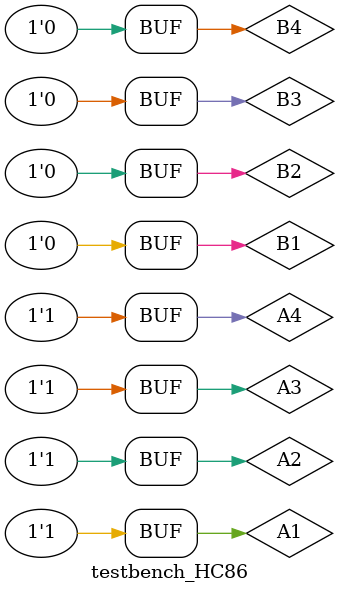
<source format=v>
`timescale 1ns/1ns
module testbench_HC86;
	reg A1, B1, A2, B2, A3, B3, A4, B4;			
	
	wire Y1, Y2, Y3, Y4;
	
	HC_86 test_HC_86(A1, B1, A2, B2, A3, B3, A4, B4, Y1, Y2, Y3, Y4);

	initial
		begin
			A1 = 0; B1 = 0; A2 = 0; B2 = 0; A3 = 0; B3 = 0; A4 = 0; B4 = 0;
			#20 B1 = 1; B2 = 1; B3 = 1; B4 = 1;
			#20 A1 = 1; A2 = 1; A3 = 1; A4 = 1;
			#20 B1 = 0; B2 = 0; B3 = 0; B4 = 0;
			
		end
		
endmodule
</source>
